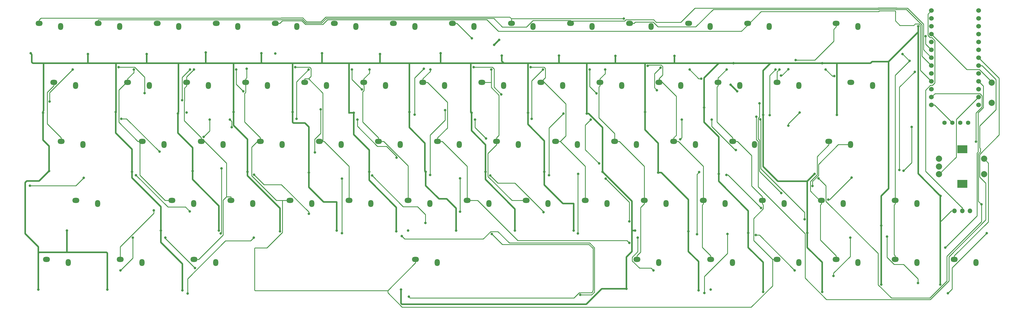
<source format=gtl>
G04 #@! TF.GenerationSoftware,KiCad,Pcbnew,(5.1.12)-1*
G04 #@! TF.CreationDate,2023-09-29T20:02:25+09:00*
G04 #@! TF.ProjectId,JTNK66L,4a544e4b-3636-44c2-9e6b-696361645f70,rev?*
G04 #@! TF.SameCoordinates,Original*
G04 #@! TF.FileFunction,Copper,L1,Top*
G04 #@! TF.FilePolarity,Positive*
%FSLAX46Y46*%
G04 Gerber Fmt 4.6, Leading zero omitted, Abs format (unit mm)*
G04 Created by KiCad (PCBNEW (5.1.12)-1) date 2023-09-29 20:02:25*
%MOMM*%
%LPD*%
G01*
G04 APERTURE LIST*
G04 #@! TA.AperFunction,ComponentPad*
%ADD10O,1.650000X2.300000*%
G04 #@! TD*
G04 #@! TA.AperFunction,ComponentPad*
%ADD11O,2.300000X1.650000*%
G04 #@! TD*
G04 #@! TA.AperFunction,ComponentPad*
%ADD12C,2.000000*%
G04 #@! TD*
G04 #@! TA.AperFunction,ComponentPad*
%ADD13R,3.200000X2.500000*%
G04 #@! TD*
G04 #@! TA.AperFunction,ComponentPad*
%ADD14C,1.524000*%
G04 #@! TD*
G04 #@! TA.AperFunction,ComponentPad*
%ADD15C,1.397000*%
G04 #@! TD*
G04 #@! TA.AperFunction,ComponentPad*
%ADD16O,1.500000X1.500000*%
G04 #@! TD*
G04 #@! TA.AperFunction,ViaPad*
%ADD17C,0.800000*%
G04 #@! TD*
G04 #@! TA.AperFunction,Conductor*
%ADD18C,0.250000*%
G04 #@! TD*
G04 #@! TA.AperFunction,Conductor*
%ADD19C,0.500000*%
G04 #@! TD*
G04 APERTURE END LIST*
D10*
X328250000Y-100075000D03*
D11*
X321250000Y-99025000D03*
D12*
X330850000Y-71556200D03*
X330850000Y-66556200D03*
D13*
X323850000Y-74656200D03*
X323850000Y-63456200D03*
D12*
X316350000Y-71556200D03*
X316350000Y-69056200D03*
X316350000Y-66556200D03*
D14*
X313905400Y-18700800D03*
X329125400Y-18700800D03*
X329125400Y-21240800D03*
X329125400Y-23780800D03*
X329125400Y-26320800D03*
X329125400Y-28860800D03*
X329125400Y-31400800D03*
X329125400Y-33940800D03*
X329125400Y-36480800D03*
X329125400Y-39020800D03*
X329125400Y-41560800D03*
X329125400Y-44100800D03*
X329125400Y-46640800D03*
X329125400Y-49180800D03*
X313905400Y-49180800D03*
X313905400Y-46640800D03*
X313905400Y-44100800D03*
X313905400Y-41560800D03*
X313905400Y-39020800D03*
X313905400Y-36480800D03*
X313905400Y-33940800D03*
X313905400Y-31400800D03*
X313905400Y-28860800D03*
X313905400Y-26320800D03*
X313905400Y-23780800D03*
X313905400Y-21240800D03*
D12*
X333375000Y-48493800D03*
X333375000Y-41993800D03*
D10*
X309200000Y-100075000D03*
D11*
X302200000Y-99025000D03*
D10*
X309200000Y-81025000D03*
D11*
X302200000Y-79975000D03*
D10*
X294912000Y-42925000D03*
D11*
X287912000Y-41875000D03*
D10*
X290150000Y-23875000D03*
D11*
X283150000Y-22825000D03*
D10*
X290150000Y-100075000D03*
D11*
X283150000Y-99025000D03*
D10*
X285388000Y-81025000D03*
D11*
X278388000Y-79975000D03*
D10*
X287769000Y-61975000D03*
D11*
X280769000Y-60925000D03*
D10*
X271100000Y-42925000D03*
D11*
X264100000Y-41875000D03*
D10*
X261575000Y-23875000D03*
D11*
X254575000Y-22825000D03*
D10*
X271100000Y-100075000D03*
D11*
X264100000Y-99025000D03*
D10*
X266338000Y-81025000D03*
D11*
X259338000Y-79975000D03*
D10*
X256812000Y-61975000D03*
D11*
X249812000Y-60925000D03*
D10*
X252050000Y-42925000D03*
D11*
X245050000Y-41875000D03*
D10*
X242525000Y-23875000D03*
D11*
X235525000Y-22825000D03*
D10*
X249669000Y-100075000D03*
D11*
X242669000Y-99025000D03*
D10*
X247288000Y-81025000D03*
D11*
X240288000Y-79975000D03*
D10*
X237762000Y-61975000D03*
D11*
X230762000Y-60925000D03*
D10*
X233000000Y-42925000D03*
D11*
X226000000Y-41875000D03*
D10*
X223475000Y-23875000D03*
D11*
X216475000Y-22825000D03*
D10*
X225856000Y-100075000D03*
D11*
X218856000Y-99025000D03*
D10*
X228238000Y-81025000D03*
D11*
X221238000Y-79975000D03*
D10*
X218712000Y-61975000D03*
D11*
X211712000Y-60925000D03*
D10*
X213950000Y-42925000D03*
D11*
X206950000Y-41875000D03*
D10*
X204425000Y-23875000D03*
D11*
X197425000Y-22825000D03*
D10*
X209188000Y-81025000D03*
D11*
X202188000Y-79975000D03*
D10*
X199662000Y-61975000D03*
D11*
X192662000Y-60925000D03*
D10*
X194900000Y-42925000D03*
D11*
X187900000Y-41875000D03*
D10*
X185375000Y-23875000D03*
D11*
X178375000Y-22825000D03*
D10*
X190138000Y-81025000D03*
D11*
X183138000Y-79975000D03*
D10*
X180612000Y-61975000D03*
D11*
X173612000Y-60925000D03*
D10*
X175850000Y-42925000D03*
D11*
X168850000Y-41875000D03*
D10*
X166325000Y-23875000D03*
D11*
X159325000Y-22825000D03*
D10*
X171088000Y-81025000D03*
D11*
X164088000Y-79975000D03*
D10*
X161562000Y-61975000D03*
D11*
X154562000Y-60925000D03*
D10*
X156800000Y-42925000D03*
D11*
X149800000Y-41875000D03*
D10*
X147275000Y-23875000D03*
D11*
X140275000Y-22825000D03*
D10*
X152038000Y-81025000D03*
D11*
X145038000Y-79975000D03*
D10*
X142512000Y-61975000D03*
D11*
X135512000Y-60925000D03*
D10*
X137750000Y-42925000D03*
D11*
X130750000Y-41875000D03*
D10*
X128225000Y-23875000D03*
D11*
X121225000Y-22825000D03*
D10*
X132988000Y-81025000D03*
D11*
X125988000Y-79975000D03*
D10*
X123462000Y-61975000D03*
D11*
X116462000Y-60925000D03*
D10*
X118700000Y-42925000D03*
D11*
X111700000Y-41875000D03*
D10*
X109175000Y-23875000D03*
D11*
X102175000Y-22825000D03*
D10*
X154419000Y-100075000D03*
D11*
X147419000Y-99025000D03*
D10*
X113938000Y-81025000D03*
D11*
X106938000Y-79975000D03*
D10*
X104412000Y-61975000D03*
D11*
X97412000Y-60925000D03*
D10*
X99650000Y-42925000D03*
D11*
X92650000Y-41875000D03*
D10*
X90125000Y-23875000D03*
D11*
X83125000Y-22825000D03*
D10*
X82981200Y-100075000D03*
D11*
X75981200Y-99025000D03*
D10*
X94887500Y-81025000D03*
D11*
X87887500Y-79975000D03*
D10*
X85362500Y-61975000D03*
D11*
X78362500Y-60925000D03*
D10*
X80600000Y-42925000D03*
D11*
X73600000Y-41875000D03*
D10*
X71075000Y-23875000D03*
D11*
X64075000Y-22825000D03*
D10*
X59168800Y-100075000D03*
D11*
X52168800Y-99025000D03*
D10*
X75837500Y-81025000D03*
D11*
X68837500Y-79975000D03*
D10*
X66312500Y-61975000D03*
D11*
X59312500Y-60925000D03*
D10*
X61550000Y-42925000D03*
D11*
X54550000Y-41875000D03*
D10*
X52025000Y-23875000D03*
D11*
X45025000Y-22825000D03*
D10*
X35356200Y-100075000D03*
D11*
X28356200Y-99025000D03*
D10*
X44881200Y-81025000D03*
D11*
X37881200Y-79975000D03*
D10*
X40118800Y-61975000D03*
D11*
X33118800Y-60925000D03*
D10*
X37737500Y-42925000D03*
D11*
X30737500Y-41875000D03*
D10*
X32975000Y-23875000D03*
D11*
X25975000Y-22825000D03*
D15*
X325730000Y-54950000D03*
X323190000Y-54950000D03*
X320650000Y-54950000D03*
X318110000Y-54950000D03*
D16*
X321350000Y-83393800D03*
X323850000Y-83393800D03*
X326350000Y-83393800D03*
D17*
X257426500Y-53023200D03*
X277489300Y-72901400D03*
X330000042Y-81298300D03*
X307493100Y-56292600D03*
X304901600Y-70389200D03*
X318345900Y-95221400D03*
X174425050Y-28175050D03*
X172800050Y-29800050D03*
X275551900Y-75308900D03*
X25750000Y-108750000D03*
X35000000Y-89750000D03*
X48000000Y-108750000D03*
X29250000Y-70500000D03*
X27250000Y-51750000D03*
X72250000Y-109000000D03*
X65250000Y-89750000D03*
X56000000Y-70750000D03*
X50750000Y-51500000D03*
X41750000Y-32750000D03*
X84000000Y-89750000D03*
X75500000Y-70500000D03*
X73600000Y-51637500D03*
X70750000Y-52000000D03*
X60750000Y-32750000D03*
X103750000Y-90000000D03*
X93250000Y-70750000D03*
X88750000Y-51500000D03*
X79750000Y-32250000D03*
X122000000Y-89750000D03*
X113000000Y-71000000D03*
X107781000Y-51468800D03*
X102175000Y-32587500D03*
X97750000Y-32500000D03*
X142750000Y-108750000D03*
X145038000Y-89737500D03*
X141250000Y-90000000D03*
X132500000Y-70750000D03*
X127500000Y-51750000D03*
X117250000Y-32500000D03*
X160500000Y-89750000D03*
X150750000Y-70750000D03*
X145469000Y-51468800D03*
X136000000Y-32750000D03*
X179500000Y-89750000D03*
X170000000Y-70750000D03*
X165500000Y-51750000D03*
X155500000Y-32500000D03*
X198500000Y-89750000D03*
X189000000Y-70750000D03*
X183719000Y-51718800D03*
X175250000Y-33250000D03*
X215500000Y-108500000D03*
X218250000Y-89750000D03*
X207750000Y-70750000D03*
X202719000Y-51968800D03*
X193750000Y-33250000D03*
X242669000Y-108788000D03*
X238750000Y-109000000D03*
X235500000Y-90000000D03*
X225750000Y-71000000D03*
X221456000Y-51456200D03*
X211931000Y-33337500D03*
X230981000Y-33337500D03*
X259556000Y-109538000D03*
X254794000Y-90487500D03*
X245269000Y-71437500D03*
X250031000Y-35718800D03*
X240506000Y-50006200D03*
X278606000Y-109538000D03*
X273844000Y-90487500D03*
X276225000Y-71437500D03*
X259556000Y-52387500D03*
X283369000Y-52387500D03*
X297656000Y-107156000D03*
X297656000Y-88106200D03*
X278606000Y-35718800D03*
X316706000Y-107156000D03*
X309594000Y-23780800D03*
X316810010Y-78581200D03*
X23250000Y-32499990D03*
X319176500Y-109967100D03*
X331753900Y-90568600D03*
X299585500Y-91714300D03*
X309515700Y-106672300D03*
X258704200Y-53804200D03*
X272972400Y-86060300D03*
X279778900Y-37735200D03*
X282500400Y-39875900D03*
X261692500Y-52505100D03*
X263607200Y-37735200D03*
X267711500Y-55883600D03*
X271365700Y-51637500D03*
X280612000Y-79702300D03*
X288129800Y-72598600D03*
X282289500Y-104353400D03*
X287675000Y-91999300D03*
X257261200Y-91188400D03*
X269767300Y-102572600D03*
X247757800Y-71803100D03*
X258893800Y-82421800D03*
X242971400Y-53898300D03*
X250823400Y-63721000D03*
X235859200Y-37735200D03*
X239646900Y-40671000D03*
X249072350Y-42677650D03*
X251197350Y-44802650D03*
X225336500Y-44416500D03*
X226468000Y-37113300D03*
X232842800Y-60298600D03*
X233354100Y-53898300D03*
X238223200Y-90872500D03*
X238964600Y-70844900D03*
X240606900Y-109869300D03*
X248071600Y-90794300D03*
X219164000Y-92013700D03*
X224165100Y-102577100D03*
X208762800Y-72965100D03*
X216377800Y-86759800D03*
X204000600Y-53907000D03*
X206662300Y-68090700D03*
X203606500Y-37738300D03*
X205818500Y-45435500D03*
X184915100Y-53653600D03*
X188533000Y-37738000D03*
X190532900Y-71843200D03*
X195154500Y-51977500D03*
X199819000Y-90619900D03*
X199868900Y-71469200D03*
X171551500Y-71973200D03*
X188770100Y-83763300D03*
X166648800Y-53898300D03*
X170200000Y-60029800D03*
X166166700Y-37014000D03*
X175110700Y-45770300D03*
X147142100Y-52345700D03*
X150125700Y-37507200D03*
X152131000Y-71794400D03*
X156936200Y-50858500D03*
X161764600Y-83673700D03*
X161764600Y-72910700D03*
X145252900Y-111045300D03*
X172007000Y-90794300D03*
X142974600Y-91529600D03*
X200580210Y-110486210D03*
X133432500Y-71948900D03*
X150647900Y-87251800D03*
X128659300Y-53898300D03*
X141326700Y-66159700D03*
X126881400Y-37712600D03*
X130106700Y-44214700D03*
X109015400Y-53653600D03*
X112972500Y-37735200D03*
X115020800Y-64467400D03*
X116833400Y-50617700D03*
X123740300Y-90605300D03*
X123740300Y-72935100D03*
X95340900Y-71668900D03*
X113010965Y-84323135D03*
X87525200Y-53907000D03*
X88119600Y-56355100D03*
X89584900Y-37739100D03*
X91900800Y-44810000D03*
X72181300Y-47640400D03*
X74646400Y-37722200D03*
X79089400Y-59472700D03*
X81027200Y-53915400D03*
X84580200Y-90641100D03*
X84878200Y-69676700D03*
X73904400Y-110019000D03*
X95266700Y-92004100D03*
X66761600Y-91982000D03*
X76287400Y-101823400D03*
X57249300Y-71843200D03*
X74602700Y-83517500D03*
X52465900Y-53653600D03*
X64831700Y-64271700D03*
X51638000Y-36977800D03*
X60072800Y-45400700D03*
X29384900Y-48067300D03*
X36868800Y-37735200D03*
X23067600Y-75274500D03*
X40378100Y-72751500D03*
X52250900Y-102585300D03*
X56212300Y-92016500D03*
X312018600Y-27006500D03*
X214625800Y-21322800D03*
X184579400Y-37007200D03*
X63040400Y-83195600D03*
X208599200Y-37739100D03*
X56538000Y-37739100D03*
X75972600Y-37735200D03*
X222333500Y-36596800D03*
X308502800Y-38493600D03*
X303545500Y-70166000D03*
X92958500Y-37471400D03*
X247789400Y-37735200D03*
X108637100Y-37007700D03*
X264816500Y-37735200D03*
X265444100Y-77599300D03*
X258395800Y-48671900D03*
X270133300Y-34681500D03*
X267711500Y-37645900D03*
X265373000Y-39712400D03*
X132568500Y-37739100D03*
X304589200Y-32731400D03*
X306799100Y-34971700D03*
X152222600Y-37739100D03*
X216390800Y-93731100D03*
X328250000Y-61000000D03*
X171886700Y-37739100D03*
X165602100Y-27627000D03*
D18*
X257426500Y-60389400D02*
X257426500Y-53023200D01*
X257962100Y-60925000D02*
X257426500Y-60389400D01*
X257962100Y-75574100D02*
X257962100Y-60925000D01*
X329125400Y-33940800D02*
X335750000Y-40565400D01*
X329477200Y-65138700D02*
X329477200Y-72431200D01*
X329477200Y-72431200D02*
X331433300Y-74387300D01*
X335750000Y-40565400D02*
X335750000Y-58865900D01*
X331433300Y-74387300D02*
X331433300Y-86294500D01*
X331433300Y-86294500D02*
X319521300Y-98206500D01*
X319521300Y-98206500D02*
X319521300Y-106013300D01*
X319521300Y-106013300D02*
X313552000Y-111982600D01*
X335750000Y-58865900D02*
X329477200Y-65138700D01*
X313552000Y-111982600D02*
X280020800Y-111982600D01*
X280020800Y-111982600D02*
X273118800Y-105080600D01*
X273118800Y-105080600D02*
X273118800Y-90730800D01*
X273118800Y-90730800D02*
X257962100Y-75574100D01*
X329477200Y-55911700D02*
X329477200Y-63017787D01*
X329675012Y-63215599D02*
X329675012Y-64304071D01*
X329675012Y-64304071D02*
X329027100Y-64951983D01*
X318884700Y-97984400D02*
X330000042Y-86869058D01*
X329027100Y-64951983D02*
X329027100Y-80325358D01*
X277489300Y-72901400D02*
X279863010Y-75275110D01*
X279863010Y-75275110D02*
X279863010Y-80287310D01*
X279863010Y-80287310D02*
X296699000Y-97123300D01*
X296699000Y-97123300D02*
X296699000Y-107260000D01*
X296699000Y-107260000D02*
X300962010Y-111523010D01*
X334719800Y-50669100D02*
X329477200Y-55911700D01*
X318884700Y-106013300D02*
X318884700Y-97984400D01*
X329027100Y-80325358D02*
X330000042Y-81298300D01*
X334719800Y-40997570D02*
X334719800Y-50669100D01*
X330203030Y-36480800D02*
X334719800Y-40997570D01*
X329125400Y-36480800D02*
X330203030Y-36480800D01*
X329477200Y-63017787D02*
X329675012Y-63215599D01*
X330000042Y-86869058D02*
X330000042Y-81298300D01*
X300962010Y-111523010D02*
X313374990Y-111523010D01*
X313374990Y-111523010D02*
X318884700Y-106013300D01*
X304901600Y-70389200D02*
X307493100Y-67797700D01*
X307493100Y-67797700D02*
X307493100Y-56292600D01*
X330665100Y-50001700D02*
X328946700Y-51720100D01*
X329125400Y-41560800D02*
X330665100Y-43100500D01*
X330665100Y-43100500D02*
X330665100Y-50001700D01*
X328946700Y-51720100D02*
X328946700Y-60623698D01*
X328946700Y-60623698D02*
X328975001Y-60651999D01*
X328975001Y-60651999D02*
X328975001Y-64367671D01*
X328577000Y-64765672D02*
X328577000Y-84990300D01*
X328577000Y-84990300D02*
X318345900Y-95221400D01*
X328975001Y-64367671D02*
X328577000Y-64765672D01*
D19*
X174425050Y-28175050D02*
X172800050Y-29800050D01*
D18*
X275551900Y-75308900D02*
X275551900Y-73813200D01*
X275551900Y-73813200D02*
X277453000Y-71912100D01*
X277453000Y-71912100D02*
X277453000Y-68372900D01*
X277453000Y-68372900D02*
X283850900Y-61975000D01*
X283850900Y-61975000D02*
X286618900Y-61975000D01*
X287769000Y-61975000D02*
X286618900Y-61975000D01*
X321350000Y-83393800D02*
X320274900Y-83393800D01*
X316706000Y-86651300D02*
X317017400Y-86651300D01*
X317017400Y-86651300D02*
X320274900Y-83393800D01*
D19*
X316706000Y-86651300D02*
X316706000Y-107156000D01*
X165281000Y-35718800D02*
X165281000Y-51531200D01*
X165281000Y-51531200D02*
X165500000Y-51750000D01*
X175969000Y-35718800D02*
X165281000Y-35718800D01*
X126031000Y-35718800D02*
X117281000Y-35718800D01*
X136031000Y-35718800D02*
X126031000Y-35718800D01*
X98468800Y-35718800D02*
X98031200Y-35718800D01*
X107781000Y-35718800D02*
X98468800Y-35718800D01*
X98031200Y-35718800D02*
X88718800Y-35718800D01*
X98468800Y-35718800D02*
X98031200Y-35718800D01*
X88718800Y-35718800D02*
X79781200Y-35718800D01*
X70968800Y-35718800D02*
X60968800Y-35718800D01*
X79781200Y-35718800D02*
X70968800Y-35718800D01*
X50781200Y-35718800D02*
X41718800Y-35718800D01*
X60968800Y-35718800D02*
X50781200Y-35718800D01*
X41718800Y-35718800D02*
X27468800Y-35718800D01*
X35000000Y-96750000D02*
X47750000Y-96750000D01*
X47750000Y-96750000D02*
X48000000Y-97000000D01*
X48000000Y-97000000D02*
X48000000Y-108750000D01*
X25750000Y-97000000D02*
X26000000Y-96750000D01*
X26000000Y-96750000D02*
X35000000Y-96750000D01*
X145469000Y-35718800D02*
X136031000Y-35718800D01*
X155531000Y-35718800D02*
X145469000Y-35718800D01*
X183719000Y-35718800D02*
X175969000Y-35718800D01*
X194031000Y-35718800D02*
X183719000Y-35718800D01*
X202719000Y-35718800D02*
X194031000Y-35718800D01*
X211931000Y-35718800D02*
X202719000Y-35718800D01*
X221456000Y-35718800D02*
X211931000Y-35718800D01*
X230981000Y-35718800D02*
X221456000Y-35718800D01*
X250031000Y-35718800D02*
X245269000Y-35718800D01*
X261938000Y-35718800D02*
X250031000Y-35718800D01*
X259556000Y-50006200D02*
X259556000Y-52387500D01*
X261938000Y-35718800D02*
X259556000Y-38100000D01*
X259556000Y-38100000D02*
X259556000Y-50006200D01*
X259556000Y-52387500D02*
X259556000Y-69056200D01*
X259556000Y-69056200D02*
X264319000Y-73818800D01*
X264319000Y-73818800D02*
X273844000Y-73818800D01*
X259556000Y-50006200D02*
X259556000Y-52387500D01*
X283369000Y-35718800D02*
X283369000Y-52387500D01*
X278606000Y-35718800D02*
X283369000Y-35718800D01*
X283369000Y-35718800D02*
X278606000Y-35718800D01*
X300038000Y-35189600D02*
X294746000Y-35189600D01*
X294746000Y-35189600D02*
X294217000Y-35718800D01*
X294217000Y-35718800D02*
X283369000Y-35718800D01*
X278606000Y-35718800D02*
X261938000Y-35718800D01*
X309594000Y-23780800D02*
X309594000Y-25632900D01*
X29250000Y-70500000D02*
X26000000Y-73750000D01*
X26000000Y-73750000D02*
X22000000Y-73750000D01*
X22000000Y-73750000D02*
X21500000Y-74250000D01*
X21500000Y-74250000D02*
X21500000Y-90750000D01*
X21500000Y-90750000D02*
X25750000Y-95000000D01*
X25750000Y-95000000D02*
X25750000Y-97000000D01*
X25750000Y-97000000D02*
X25750000Y-108750000D01*
X35000000Y-96750000D02*
X35000000Y-89750000D01*
X27250000Y-51750000D02*
X27250000Y-60500000D01*
X27250000Y-60500000D02*
X29250000Y-62500000D01*
X29250000Y-62500000D02*
X29250000Y-70500000D01*
X27468800Y-35718800D02*
X27468800Y-51031200D01*
X27468800Y-51031200D02*
X27250000Y-51250000D01*
X27250000Y-51250000D02*
X27250000Y-51750000D01*
X65250000Y-89750000D02*
X65250000Y-93500000D01*
X65250000Y-93500000D02*
X72250000Y-100500000D01*
X72250000Y-100500000D02*
X72250000Y-109000000D01*
X56000000Y-70750000D02*
X56000000Y-72750000D01*
X56000000Y-72750000D02*
X65250000Y-82000000D01*
X65250000Y-82000000D02*
X65250000Y-89750000D01*
X50750000Y-51500000D02*
X50750000Y-58250000D01*
X50750000Y-58250000D02*
X56000000Y-63500000D01*
X56000000Y-63500000D02*
X56000000Y-70750000D01*
X50781200Y-35718800D02*
X50781200Y-51468800D01*
X50781200Y-51468800D02*
X50750000Y-51500000D01*
X41718800Y-35718800D02*
X41750000Y-35687500D01*
X41750000Y-35687500D02*
X41750000Y-32750000D01*
X75500000Y-70500000D02*
X75500000Y-73250000D01*
X75500000Y-73250000D02*
X84000000Y-81750000D01*
X84000000Y-81750000D02*
X84000000Y-89750000D01*
X70750000Y-52000000D02*
X70750000Y-58250000D01*
X70750000Y-58250000D02*
X75500000Y-63000000D01*
X75500000Y-63000000D02*
X75500000Y-70500000D01*
X70968800Y-35718800D02*
X70968800Y-51531200D01*
X70968800Y-51531200D02*
X70750000Y-51750000D01*
X70750000Y-51750000D02*
X70750000Y-52000000D01*
X60968800Y-35718800D02*
X60750000Y-35500000D01*
X60750000Y-35500000D02*
X60750000Y-32750000D01*
X93250000Y-70750000D02*
X93250000Y-72000000D01*
X93250000Y-72000000D02*
X103750000Y-82500000D01*
X103750000Y-82500000D02*
X103750000Y-90000000D01*
X88750000Y-51500000D02*
X88750000Y-55750000D01*
X88750000Y-55750000D02*
X93250000Y-60250000D01*
X93250000Y-60250000D02*
X93250000Y-70750000D01*
X88718800Y-35718800D02*
X88718800Y-51468800D01*
X88718800Y-51468800D02*
X88750000Y-51500000D01*
X79781200Y-35718800D02*
X79750000Y-35687500D01*
X79750000Y-35687500D02*
X79750000Y-32250000D01*
X113000000Y-71000000D02*
X113000000Y-75750000D01*
X113000000Y-75750000D02*
X117750000Y-80500000D01*
X117750000Y-80500000D02*
X122000000Y-80500000D01*
X122000000Y-80500000D02*
X122000000Y-89750000D01*
X107781000Y-51468800D02*
X107781000Y-54718800D01*
X107781000Y-54718800D02*
X108062000Y-55000000D01*
X108062000Y-55000000D02*
X111750000Y-55000000D01*
X111750000Y-55000000D02*
X113000000Y-56250000D01*
X113000000Y-56250000D02*
X113000000Y-71000000D01*
X117281000Y-35718800D02*
X107781000Y-35718800D01*
X107781000Y-35718800D02*
X107781000Y-51468800D01*
X98031200Y-35718800D02*
X97750000Y-35437500D01*
X97750000Y-35437500D02*
X97750000Y-32500000D01*
X132500000Y-70750000D02*
X132500000Y-73500000D01*
X132500000Y-73500000D02*
X141250000Y-82250000D01*
X141250000Y-82250000D02*
X141250000Y-90000000D01*
X127500000Y-51750000D02*
X127500000Y-58750000D01*
X127500000Y-58750000D02*
X132500000Y-63750000D01*
X132500000Y-63750000D02*
X132500000Y-70750000D01*
X126031000Y-35718800D02*
X126031000Y-51781200D01*
X126031000Y-51781200D02*
X126062000Y-51750000D01*
X126062000Y-51750000D02*
X127500000Y-51750000D01*
X117281000Y-35718800D02*
X117250000Y-35687500D01*
X117250000Y-35687500D02*
X117250000Y-32500000D01*
X150750000Y-70750000D02*
X150750000Y-75250000D01*
X150750000Y-75250000D02*
X155000000Y-79500000D01*
X155000000Y-79500000D02*
X157500000Y-79500000D01*
X157500000Y-79500000D02*
X160500000Y-82500000D01*
X160500000Y-82500000D02*
X160500000Y-89750000D01*
X145469000Y-51468800D02*
X145469000Y-56468800D01*
X145469000Y-56468800D02*
X150500000Y-61500000D01*
X150500000Y-61500000D02*
X150500000Y-70500000D01*
X150500000Y-70500000D02*
X150750000Y-70750000D01*
X145469000Y-35718800D02*
X145469000Y-51468800D01*
X136031000Y-35718800D02*
X136000000Y-35687500D01*
X136000000Y-35687500D02*
X136000000Y-32750000D01*
X170000000Y-70750000D02*
X170000000Y-73250000D01*
X170000000Y-73250000D02*
X179500000Y-82750000D01*
X179500000Y-82750000D02*
X179500000Y-89750000D01*
X165500000Y-51750000D02*
X165500000Y-57500000D01*
X165500000Y-57500000D02*
X170000000Y-62000000D01*
X170000000Y-62000000D02*
X170000000Y-70750000D01*
X165281000Y-35718800D02*
X155531000Y-35718800D01*
X155531000Y-35718800D02*
X155500000Y-35687500D01*
X155500000Y-35687500D02*
X155500000Y-32500000D01*
X189000000Y-70750000D02*
X189000000Y-75000000D01*
X189000000Y-75000000D02*
X195000000Y-81000000D01*
X195000000Y-81000000D02*
X198500000Y-81000000D01*
X198500000Y-81000000D02*
X198500000Y-89750000D01*
X183719000Y-51718800D02*
X183719000Y-55468800D01*
X183719000Y-55468800D02*
X189000000Y-60750000D01*
X189000000Y-60750000D02*
X189000000Y-70750000D01*
X183719000Y-35718800D02*
X183719000Y-51718800D01*
X175969000Y-35718800D02*
X175250000Y-35000000D01*
X175250000Y-35000000D02*
X175250000Y-33250000D01*
X217250000Y-89750000D02*
X217250000Y-96500000D01*
X217250000Y-96500000D02*
X215500000Y-98250000D01*
X215500000Y-98250000D02*
X215500000Y-108500000D01*
X207750000Y-70750000D02*
X217250000Y-80250000D01*
X217250000Y-80250000D02*
X217250000Y-89750000D01*
X217250000Y-89750000D02*
X218250000Y-89750000D01*
X202719000Y-51968800D02*
X203284000Y-51968800D01*
X203284000Y-51968800D02*
X207750000Y-56434300D01*
X207750000Y-56434300D02*
X207750000Y-70750000D01*
X202719000Y-35718800D02*
X202719000Y-51968800D01*
X194031000Y-35718800D02*
X193750000Y-35437500D01*
X193750000Y-35437500D02*
X193750000Y-33250000D01*
X235500000Y-90000000D02*
X235500000Y-96500000D01*
X235500000Y-96500000D02*
X238750000Y-99750000D01*
X238750000Y-99750000D02*
X238750000Y-109000000D01*
X225750000Y-71000000D02*
X226750000Y-71000000D01*
X226750000Y-71000000D02*
X235500000Y-79750000D01*
X235500000Y-79750000D02*
X235500000Y-90000000D01*
X221500000Y-51500000D02*
X221500000Y-57250000D01*
X221500000Y-57250000D02*
X225750000Y-61500000D01*
X225750000Y-61500000D02*
X225750000Y-71000000D01*
X221500000Y-51500000D02*
X221456000Y-51456200D01*
X221456000Y-35718800D02*
X221456000Y-51456200D01*
X211931000Y-35718800D02*
X211931000Y-33337500D01*
X230981000Y-33337500D02*
X230981000Y-35718800D01*
X245269000Y-35718800D02*
X230981000Y-35718800D01*
X254794000Y-90487500D02*
X254794000Y-95250000D01*
X254794000Y-95250000D02*
X259556000Y-100012000D01*
X259556000Y-100012000D02*
X259556000Y-109538000D01*
X245269000Y-71437500D02*
X245269000Y-73818800D01*
X245269000Y-73818800D02*
X254794000Y-83343800D01*
X254794000Y-83343800D02*
X254794000Y-90487500D01*
X240506000Y-50006200D02*
X240506000Y-54768800D01*
X240506000Y-54768800D02*
X245269000Y-59531200D01*
X245269000Y-59531200D02*
X245269000Y-71437500D01*
X245269000Y-35718800D02*
X240506000Y-40481200D01*
X240506000Y-40481200D02*
X240506000Y-50006200D01*
X273844000Y-90487500D02*
X273844000Y-95250000D01*
X273844000Y-95250000D02*
X278606000Y-100012000D01*
X278606000Y-100012000D02*
X278606000Y-109538000D01*
X273844000Y-73818800D02*
X273844000Y-90487500D01*
X273844000Y-73818800D02*
X276225000Y-71437500D01*
X297656000Y-88106200D02*
X297656000Y-107156000D01*
X300038000Y-35189600D02*
X300038000Y-56748900D01*
X300038000Y-56748900D02*
X300069000Y-56780300D01*
X300069000Y-56780300D02*
X300069000Y-76168600D01*
X300069000Y-76168600D02*
X297656000Y-78581200D01*
X297656000Y-78581200D02*
X297656000Y-88106200D01*
X309594000Y-23780800D02*
X309594000Y-25632900D01*
X309594000Y-25632900D02*
X300038000Y-35189600D01*
X316410011Y-78181201D02*
X316810010Y-78581200D01*
X316706000Y-78685210D02*
X316810010Y-78581200D01*
X309594000Y-71365190D02*
X316410011Y-78181201D01*
X316706000Y-86651300D02*
X316706000Y-78685210D01*
X309594000Y-25632900D02*
X309594000Y-71365190D01*
X23649999Y-32899989D02*
X23250000Y-32499990D01*
X23649999Y-35399999D02*
X23649999Y-32899989D01*
X23968800Y-35718800D02*
X23649999Y-35399999D01*
X27468800Y-35718800D02*
X23968800Y-35718800D01*
X142750000Y-113250000D02*
X142750000Y-108750000D01*
X143000000Y-113500000D02*
X142750000Y-113250000D01*
X202500000Y-113500000D02*
X143000000Y-113500000D01*
X207500000Y-108500000D02*
X202500000Y-113500000D01*
X215500000Y-108500000D02*
X207500000Y-108500000D01*
D18*
X312766000Y-19840200D02*
X313905400Y-18700800D01*
X312766000Y-26763700D02*
X312766000Y-19840200D01*
X313994600Y-27412300D02*
X313414600Y-27412300D01*
X323850000Y-83393800D02*
X323850000Y-82318700D01*
X323850000Y-82318700D02*
X323715600Y-82318700D01*
X313414600Y-27412300D02*
X312766000Y-26763700D01*
X323715600Y-82318700D02*
X321963110Y-80566210D01*
X321963110Y-80566210D02*
X321940524Y-80566210D01*
X312000000Y-70603100D02*
X312000000Y-44399000D01*
X321940524Y-80566210D02*
X321714990Y-80340676D01*
X321714990Y-80340676D02*
X321714990Y-80318090D01*
X321714990Y-80318090D02*
X312000000Y-70603100D01*
X312000000Y-44399000D02*
X313568200Y-42830800D01*
X313568200Y-42830800D02*
X314191500Y-42830800D01*
X314191500Y-42830800D02*
X314999200Y-42023100D01*
X314999200Y-28416900D02*
X313994600Y-27412300D01*
X314999200Y-42023100D02*
X314999200Y-28416900D01*
X331753900Y-90568600D02*
X320537800Y-101784700D01*
X320537800Y-101784700D02*
X320537800Y-108605800D01*
X320537800Y-108605800D02*
X319176500Y-109967100D01*
X299585500Y-91714300D02*
X299585500Y-98381600D01*
X299585500Y-98381600D02*
X301855300Y-100651400D01*
X301855300Y-100651400D02*
X304868600Y-100651400D01*
X304868600Y-100651400D02*
X309515700Y-105298500D01*
X309515700Y-105298500D02*
X309515700Y-106672300D01*
X272972400Y-86060300D02*
X272972300Y-86060300D01*
X272972300Y-86060300D02*
X272972300Y-83854300D01*
X272972300Y-83854300D02*
X258862300Y-69744300D01*
X258862300Y-69744300D02*
X258862300Y-53962300D01*
X258862300Y-53962300D02*
X258704200Y-53804200D01*
X279778900Y-37735200D02*
X281919600Y-39875900D01*
X281919600Y-39875900D02*
X282500400Y-39875900D01*
X263607200Y-37735200D02*
X261692500Y-39649900D01*
X261692500Y-39649900D02*
X261692500Y-52505100D01*
X271365700Y-51637500D02*
X267711500Y-55291700D01*
X267711500Y-55291700D02*
X267711500Y-55883600D01*
X288129800Y-72598600D02*
X281026100Y-79702300D01*
X281026100Y-79702300D02*
X280612000Y-79702300D01*
X287675000Y-91999300D02*
X287675000Y-98078600D01*
X287675000Y-98078600D02*
X282289500Y-103464100D01*
X282289500Y-103464100D02*
X282289500Y-104353400D01*
X269767300Y-102572600D02*
X258383100Y-91188400D01*
X258383100Y-91188400D02*
X257261200Y-91188400D01*
X258893800Y-82421800D02*
X248275100Y-71803100D01*
X248275100Y-71803100D02*
X247757800Y-71803100D01*
X242971400Y-53898300D02*
X242971400Y-56094300D01*
X242971400Y-56094300D02*
X250598100Y-63721000D01*
X250598100Y-63721000D02*
X250823400Y-63721000D01*
X235859200Y-37735200D02*
X238795000Y-40671000D01*
X238795000Y-40671000D02*
X239646900Y-40671000D01*
D19*
X251197350Y-44802650D02*
X249072350Y-42677650D01*
D18*
X226468000Y-37113300D02*
X224524800Y-39056500D01*
X224524800Y-39056500D02*
X224524800Y-43604800D01*
X224524800Y-43604800D02*
X225336500Y-44416500D01*
X233354100Y-53898300D02*
X233354100Y-59787300D01*
X233354100Y-59787300D02*
X232842800Y-60298600D01*
X238964600Y-70844900D02*
X238223200Y-71586300D01*
X238223200Y-71586300D02*
X238223200Y-90872500D01*
X248071600Y-90794300D02*
X248071600Y-97071700D01*
X248071600Y-97071700D02*
X240606900Y-104536400D01*
X240606900Y-104536400D02*
X240606900Y-109869300D01*
X224165100Y-102577100D02*
X223437800Y-101849800D01*
X223437800Y-101849800D02*
X219680000Y-101849800D01*
X219680000Y-101849800D02*
X217354000Y-99523800D01*
X217354000Y-99523800D02*
X217354000Y-98346000D01*
X217354000Y-98346000D02*
X219164000Y-96536000D01*
X219164000Y-96536000D02*
X219164000Y-92013700D01*
X216377800Y-86759800D02*
X216377800Y-80580100D01*
X216377800Y-80580100D02*
X208762800Y-72965100D01*
X206662300Y-68090700D02*
X202225600Y-63654000D01*
X202225600Y-63654000D02*
X202225600Y-55682000D01*
X202225600Y-55682000D02*
X204000600Y-53907000D01*
X203606500Y-37738300D02*
X203606500Y-43223500D01*
X203606500Y-43223500D02*
X205818500Y-45435500D01*
X188533000Y-37738000D02*
X184915100Y-41355900D01*
X184915100Y-41355900D02*
X184915100Y-53653600D01*
X195154500Y-51977500D02*
X190532900Y-56599100D01*
X190532900Y-56599100D02*
X190532900Y-71843200D01*
X199819000Y-90619900D02*
X199819000Y-71519100D01*
X199819000Y-71519100D02*
X199868900Y-71469200D01*
X171551500Y-71973200D02*
X173966800Y-74388500D01*
X173966800Y-74388500D02*
X179510800Y-74388500D01*
X179510800Y-74388500D02*
X188770100Y-83647800D01*
X188770100Y-83647800D02*
X188770100Y-83763300D01*
X166648800Y-53898300D02*
X166648800Y-56478600D01*
X166648800Y-56478600D02*
X170200000Y-60029800D01*
X175110700Y-45770300D02*
X172776500Y-43436100D01*
X172776500Y-43436100D02*
X172776500Y-37569500D01*
X172776500Y-37569500D02*
X172221000Y-37014000D01*
X172221000Y-37014000D02*
X166166700Y-37014000D01*
X147142100Y-52345700D02*
X147142100Y-40490800D01*
X147142100Y-40490800D02*
X150125700Y-37507200D01*
X152131000Y-71794400D02*
X152131000Y-58909900D01*
X152131000Y-58909900D02*
X156936200Y-54104700D01*
X156936200Y-54104700D02*
X156936200Y-50858500D01*
X161764600Y-83673700D02*
X161764600Y-72910700D01*
X145670800Y-111463200D02*
X145252900Y-111045300D01*
X151928476Y-111523010D02*
X148109524Y-111523010D01*
X204655400Y-108985049D02*
X204655400Y-109344600D01*
X204655400Y-109344600D02*
X204238900Y-109761100D01*
X204485617Y-95245108D02*
X204705126Y-95464951D01*
X204694892Y-108945617D02*
X204655400Y-108985049D01*
X198577900Y-111463200D02*
X151988286Y-111463200D01*
X172007000Y-90794300D02*
X175393900Y-94181200D01*
X148109524Y-111523010D02*
X148049714Y-111463200D01*
X204485402Y-95245019D02*
X204485490Y-95245107D01*
X148049714Y-111463200D02*
X145670800Y-111463200D01*
X204238900Y-109761100D02*
X200280000Y-109761100D01*
X151988286Y-111463200D02*
X151928476Y-111523010D01*
X175393900Y-94181200D02*
X203408900Y-94181200D01*
X203408900Y-94181200D02*
X204472716Y-95245016D01*
X204472716Y-95245016D02*
X204485402Y-95245019D01*
X204485490Y-95245107D02*
X204485617Y-95245108D01*
X204705126Y-95464951D02*
X204694892Y-108945617D01*
X200280000Y-109761100D02*
X198577900Y-111463200D01*
X205155277Y-95278158D02*
X205155277Y-109594723D01*
X205155277Y-109594723D02*
X204263790Y-110486210D01*
X143917510Y-92472510D02*
X169296990Y-92472510D01*
X203608219Y-93731100D02*
X205155277Y-95278158D01*
X204263790Y-110486210D02*
X200580210Y-110486210D01*
X177698000Y-93731100D02*
X203608219Y-93731100D01*
X169296990Y-92472510D02*
X171700400Y-90069100D01*
X142974600Y-91529600D02*
X143917510Y-92472510D01*
X171700400Y-90069100D02*
X174036000Y-90069100D01*
X174036000Y-90069100D02*
X177698000Y-93731100D01*
X133432500Y-71948900D02*
X143466400Y-81982800D01*
X143466400Y-81982800D02*
X148089900Y-81982800D01*
X148089900Y-81982800D02*
X150647900Y-84540800D01*
X150647900Y-84540800D02*
X150647900Y-87251800D01*
X141326700Y-66159700D02*
X141326700Y-65741900D01*
X141326700Y-65741900D02*
X138136200Y-62551400D01*
X138136200Y-62551400D02*
X135153000Y-62551400D01*
X135153000Y-62551400D02*
X128659300Y-56057700D01*
X128659300Y-56057700D02*
X128659300Y-53898300D01*
X130106700Y-44214700D02*
X126881400Y-40989400D01*
X126881400Y-40989400D02*
X126881400Y-37712600D01*
X112972500Y-37735200D02*
X109015400Y-41692300D01*
X109015400Y-41692300D02*
X109015400Y-53653600D01*
X116833400Y-50617700D02*
X116833400Y-58337400D01*
X116833400Y-58337400D02*
X114941200Y-60229600D01*
X114941200Y-60229600D02*
X114941200Y-64387800D01*
X114941200Y-64387800D02*
X115020800Y-64467400D01*
X123740300Y-90605300D02*
X123740300Y-72935100D01*
X113010965Y-83757450D02*
X113010965Y-84323135D01*
X95340900Y-71668900D02*
X98573100Y-74901100D01*
X98573100Y-74901100D02*
X104154615Y-74901100D01*
X104154615Y-74901100D02*
X113010965Y-83757450D01*
X88119600Y-56355100D02*
X88119600Y-54501400D01*
X88119600Y-54501400D02*
X87525200Y-53907000D01*
X89584900Y-37739100D02*
X89584900Y-42494100D01*
X89584900Y-42494100D02*
X91900800Y-44810000D01*
X74646400Y-37722200D02*
X72118000Y-40250600D01*
X72118000Y-40250600D02*
X72118000Y-47577100D01*
X72118000Y-47577100D02*
X72181300Y-47640400D01*
X81027200Y-53915400D02*
X81027200Y-57534900D01*
X81027200Y-57534900D02*
X79089400Y-59472700D01*
X84580200Y-90641100D02*
X84847600Y-90373700D01*
X84847600Y-90373700D02*
X84847600Y-69707300D01*
X84847600Y-69707300D02*
X84878200Y-69676700D01*
X73904400Y-110019000D02*
X73904400Y-105292900D01*
X73904400Y-105292900D02*
X86147400Y-93049900D01*
X86147400Y-93049900D02*
X94220900Y-93049900D01*
X94220900Y-93049900D02*
X95266700Y-92004100D01*
X66761600Y-91982000D02*
X66761600Y-92297600D01*
X66761600Y-92297600D02*
X76287400Y-101823400D01*
X74602700Y-83517500D02*
X73223100Y-82137900D01*
X73223100Y-82137900D02*
X67544000Y-82137900D01*
X67544000Y-82137900D02*
X57249300Y-71843200D01*
X64831700Y-64271700D02*
X54213600Y-53653600D01*
X54213600Y-53653600D02*
X52465900Y-53653600D01*
X60072800Y-45400700D02*
X60072800Y-40214500D01*
X60072800Y-40214500D02*
X56836100Y-36977800D01*
X56836100Y-36977800D02*
X51638000Y-36977800D01*
X36868800Y-37735200D02*
X29384900Y-45219100D01*
X29384900Y-45219100D02*
X29384900Y-48067300D01*
X40378100Y-72751500D02*
X37855100Y-75274500D01*
X37855100Y-75274500D02*
X23067600Y-75274500D01*
X56212300Y-92016500D02*
X56212300Y-98623900D01*
X56212300Y-98623900D02*
X52250900Y-102585300D01*
X320650000Y-54950000D02*
X314880800Y-49180800D01*
X314880800Y-49180800D02*
X313905400Y-49180800D01*
X178375000Y-21674900D02*
X178375000Y-21322800D01*
X178375000Y-21322800D02*
X214625800Y-21322800D01*
X313905400Y-31400800D02*
X312018600Y-29514000D01*
X312018600Y-29514000D02*
X312018600Y-27006500D01*
X33118800Y-60925000D02*
X33118800Y-59774900D01*
X30737500Y-41875000D02*
X30737500Y-43025100D01*
X30737500Y-43025100D02*
X28650200Y-45112400D01*
X28650200Y-45112400D02*
X28650200Y-55306300D01*
X28650200Y-55306300D02*
X33118800Y-59774900D01*
X188350900Y-41299900D02*
X189305300Y-40345500D01*
X189305300Y-40345500D02*
X189305300Y-37401200D01*
X189305300Y-37401200D02*
X188911300Y-37007200D01*
X188911300Y-37007200D02*
X184579400Y-37007200D01*
X188350900Y-41299900D02*
X195883900Y-48832900D01*
X195883900Y-48832900D02*
X195883900Y-59178200D01*
X195883900Y-59178200D02*
X194137100Y-60925000D01*
X187900000Y-41299900D02*
X188350900Y-41299900D01*
X187900000Y-41875000D02*
X187900000Y-41299900D01*
X194137100Y-60925000D02*
X202188000Y-68975900D01*
X202188000Y-68975900D02*
X202188000Y-79975000D01*
X178375000Y-22825000D02*
X178375000Y-21674900D01*
X192662000Y-60925000D02*
X194137100Y-60925000D01*
X118484600Y-20774600D02*
X116951801Y-22307399D01*
X112296322Y-22309200D02*
X111087100Y-21099978D01*
X25975000Y-21750000D02*
X25975000Y-22825000D01*
X116951801Y-22307399D02*
X114500726Y-22307399D01*
X177826800Y-20774600D02*
X118484600Y-20774600D01*
X114131161Y-22309200D02*
X112296322Y-22309200D01*
X26556400Y-21168600D02*
X25975000Y-21750000D01*
X104033678Y-21168600D02*
X26556400Y-21168600D01*
X104102300Y-21099978D02*
X104033678Y-21168600D01*
X114133332Y-22311326D02*
X114131161Y-22309200D01*
X178375000Y-21322800D02*
X177826800Y-20774600D01*
X114500726Y-22307399D02*
X114133332Y-22311326D01*
X111087100Y-21099978D02*
X104102300Y-21099978D01*
X54550000Y-40724900D02*
X56538000Y-38736900D01*
X56538000Y-38736900D02*
X56538000Y-37739100D01*
X221238000Y-79975000D02*
X221238000Y-81125100D01*
X221238000Y-81125100D02*
X220087900Y-82275200D01*
X220087900Y-82275200D02*
X220087900Y-96643000D01*
X220087900Y-96643000D02*
X218856000Y-97874900D01*
X221238000Y-79975000D02*
X221238000Y-79399900D01*
X218856000Y-99025000D02*
X218856000Y-97874900D01*
X63040400Y-83195600D02*
X63040400Y-84126500D01*
X63040400Y-84126500D02*
X52168800Y-94998100D01*
X52168800Y-94998100D02*
X52168800Y-99025000D01*
X197425000Y-22825000D02*
X197425000Y-21888900D01*
X208599200Y-37739100D02*
X208599200Y-39075700D01*
X208599200Y-39075700D02*
X206950000Y-40724900D01*
X206950000Y-41875000D02*
X206950000Y-40724900D01*
X211712000Y-60925000D02*
X211712000Y-58412400D01*
X211712000Y-58412400D02*
X206578900Y-53279300D01*
X206578900Y-53279300D02*
X206578900Y-43396200D01*
X206578900Y-43396200D02*
X206950000Y-43025100D01*
X68837500Y-79975000D02*
X66604700Y-79975000D01*
X66604700Y-79975000D02*
X58525000Y-71895300D01*
X58525000Y-71895300D02*
X58525000Y-60925000D01*
X58525000Y-60925000D02*
X57837400Y-60925000D01*
X59312500Y-60925000D02*
X58525000Y-60925000D01*
X54550000Y-41540800D02*
X51706800Y-44384000D01*
X51706800Y-44384000D02*
X51706800Y-54794400D01*
X51706800Y-54794400D02*
X57837400Y-60925000D01*
X54550000Y-41540800D02*
X54550000Y-40724900D01*
X54550000Y-41875000D02*
X54550000Y-41540800D01*
X221238000Y-79399900D02*
X221238000Y-78824900D01*
X211712000Y-60925000D02*
X213187100Y-60925000D01*
X213187100Y-60925000D02*
X221238000Y-68975900D01*
X221238000Y-68975900D02*
X221238000Y-78824900D01*
X206950000Y-41875000D02*
X206950000Y-43025100D01*
X197425000Y-21888900D02*
X185318500Y-21888900D01*
X185318500Y-21888900D02*
X183211700Y-23995700D01*
X172697900Y-21224700D02*
X118671200Y-21224700D01*
X118671200Y-21224700D02*
X117136311Y-22759589D01*
X183211700Y-23995700D02*
X175468900Y-23995700D01*
X113951653Y-22763263D02*
X113947709Y-22759400D01*
X112110111Y-22759400D02*
X110900700Y-21549989D01*
X110900700Y-21549989D02*
X104288700Y-21549989D01*
X117136311Y-22759589D02*
X114302473Y-22759589D01*
X104288700Y-21549989D02*
X104163789Y-21674900D01*
X104163789Y-21674900D02*
X45100100Y-21674900D01*
X45100100Y-21674900D02*
X45025000Y-21750000D01*
X45025000Y-21750000D02*
X45025000Y-22825000D01*
X113947709Y-22759400D02*
X112110111Y-22759400D01*
X114302473Y-22759589D02*
X113951653Y-22763263D01*
X175468900Y-23995700D02*
X172697900Y-21224700D01*
X302683021Y-17910200D02*
X306120600Y-17910200D01*
X302622801Y-17849980D02*
X302683021Y-17910200D01*
X296734969Y-17849980D02*
X302622801Y-17849980D01*
X197425000Y-21888900D02*
X197584000Y-22047900D01*
X306120600Y-17910200D02*
X311293500Y-23083100D01*
X232972100Y-22477500D02*
X237539400Y-17910200D01*
X225065400Y-22477500D02*
X232972100Y-22477500D01*
X215307900Y-21666200D02*
X224254100Y-21666200D01*
X224254100Y-21666200D02*
X225065400Y-22477500D01*
X197584000Y-22047900D02*
X214926200Y-22047900D01*
X214926200Y-22047900D02*
X215307900Y-21666200D01*
X237539400Y-17910200D02*
X296674749Y-17910200D01*
X296674749Y-17910200D02*
X296734969Y-17849980D01*
X311293500Y-23083100D02*
X311293500Y-31328900D01*
X311293500Y-31328900D02*
X313905400Y-33940800D01*
X240288000Y-79975000D02*
X240288000Y-81125100D01*
X240288000Y-81125100D02*
X239926900Y-81486200D01*
X239926900Y-81486200D02*
X239926900Y-95132800D01*
X239926900Y-95132800D02*
X242669000Y-97874900D01*
X232237100Y-60925000D02*
X240288000Y-68975900D01*
X240288000Y-68975900D02*
X240288000Y-79975000D01*
X242669000Y-99025000D02*
X242669000Y-97874900D01*
X78362500Y-59774900D02*
X72857800Y-54270200D01*
X72857800Y-54270200D02*
X72857800Y-47989400D01*
X72857800Y-47989400D02*
X72906400Y-47940800D01*
X72906400Y-47940800D02*
X72906400Y-43718700D01*
X72906400Y-43718700D02*
X73600000Y-43025100D01*
X75972600Y-37735200D02*
X73600000Y-40107800D01*
X73600000Y-40107800D02*
X73600000Y-41875000D01*
X230762000Y-60925000D02*
X232237100Y-60925000D01*
X230762000Y-60861800D02*
X230762000Y-60925000D01*
X230762000Y-60861800D02*
X230762000Y-59774900D01*
X77456300Y-99025000D02*
X85310800Y-91170500D01*
X85310800Y-91170500D02*
X85310800Y-79929000D01*
X85310800Y-79929000D02*
X86414900Y-78824900D01*
X226000000Y-40965700D02*
X226130700Y-40965700D01*
X226130700Y-40965700D02*
X231549200Y-46384200D01*
X231549200Y-46384200D02*
X231549200Y-58987700D01*
X231549200Y-58987700D02*
X230762000Y-59774900D01*
X226000000Y-40965700D02*
X226000000Y-40724900D01*
X226000000Y-41875000D02*
X226000000Y-40965700D01*
X226000000Y-40724900D02*
X227199400Y-39525500D01*
X227199400Y-39525500D02*
X227199400Y-36774800D01*
X227199400Y-36774800D02*
X226768700Y-36344100D01*
X226768700Y-36344100D02*
X222586200Y-36344100D01*
X222586200Y-36344100D02*
X222333500Y-36596800D01*
X86414900Y-78824900D02*
X86414900Y-67973900D01*
X86414900Y-67973900D02*
X78790900Y-60349900D01*
X78790900Y-60349900D02*
X78362500Y-60349900D01*
X87887500Y-78824900D02*
X86414900Y-78824900D01*
X87887500Y-79975000D02*
X87887500Y-78824900D01*
X75981200Y-99025000D02*
X77456300Y-99025000D01*
X78362500Y-60349900D02*
X78362500Y-59774900D01*
X78362500Y-60925000D02*
X78362500Y-60349900D01*
X73600000Y-41875000D02*
X73600000Y-43025100D01*
X302496710Y-18360300D02*
X305854700Y-18360300D01*
X302436401Y-18299991D02*
X302496710Y-18360300D01*
X305854700Y-18360300D02*
X310843400Y-23349000D01*
X296921369Y-18299991D02*
X302436401Y-18299991D01*
X218393000Y-22382100D02*
X224079600Y-22382100D01*
X296861060Y-18360300D02*
X296921369Y-18299991D01*
X243497900Y-18360300D02*
X296861060Y-18360300D01*
X237875500Y-23982700D02*
X243497900Y-18360300D01*
X225680200Y-23982700D02*
X237875500Y-23982700D01*
X310843400Y-23349000D02*
X310843400Y-33418800D01*
X224079600Y-22382100D02*
X225680200Y-23982700D01*
X217950100Y-22825000D02*
X218393000Y-22382100D01*
X216475000Y-22825000D02*
X217950100Y-22825000D01*
X310843400Y-33418800D02*
X313905400Y-36480800D01*
X249812000Y-59774900D02*
X244686300Y-54649200D01*
X244686300Y-54649200D02*
X244686300Y-43388800D01*
X244686300Y-43388800D02*
X245050000Y-43025100D01*
X303545500Y-70166000D02*
X303545500Y-43450900D01*
X303545500Y-43450900D02*
X308502800Y-38493600D01*
X262624900Y-99025000D02*
X256515300Y-92915400D01*
X256515300Y-92915400D02*
X256515300Y-85825800D01*
X256515300Y-85825800D02*
X259618900Y-82722200D01*
X259618900Y-82722200D02*
X259618900Y-81406000D01*
X259618900Y-81406000D02*
X259338000Y-81125100D01*
X138479400Y-109114700D02*
X147419000Y-100175100D01*
X104504200Y-79975000D02*
X104504200Y-90284100D01*
X104504200Y-90284100D02*
X99513500Y-95274800D01*
X99513500Y-95274800D02*
X95641100Y-95274800D01*
X95641100Y-95274800D02*
X95534800Y-95381100D01*
X95534800Y-95381100D02*
X95534800Y-108946700D01*
X95534800Y-108946700D02*
X95702800Y-109114700D01*
X95702800Y-109114700D02*
X138479400Y-109114700D01*
X138479400Y-109114700D02*
X138479400Y-109808200D01*
X138479400Y-109808200D02*
X143114600Y-114443400D01*
X143114600Y-114443400D02*
X255739900Y-114443400D01*
X255739900Y-114443400D02*
X262624900Y-107558400D01*
X262624900Y-107558400D02*
X262624900Y-99025000D01*
X104504200Y-79975000D02*
X106938000Y-79975000D01*
X97412000Y-59989700D02*
X94602200Y-62799500D01*
X94602200Y-62799500D02*
X94602200Y-72013400D01*
X94602200Y-72013400D02*
X102563800Y-79975000D01*
X102563800Y-79975000D02*
X104504200Y-79975000D01*
X147419000Y-99025000D02*
X147419000Y-100175100D01*
X97412000Y-60637400D02*
X97412000Y-59989700D01*
X97412000Y-60925000D02*
X97412000Y-60637400D01*
X92650000Y-41875000D02*
X92650000Y-40724900D01*
X92958500Y-37471400D02*
X92958500Y-40416400D01*
X92958500Y-40416400D02*
X92650000Y-40724900D01*
X245050000Y-41875000D02*
X245050000Y-43025100D01*
X247789400Y-37735200D02*
X245050000Y-40474600D01*
X245050000Y-40474600D02*
X245050000Y-41875000D01*
X249812000Y-60925000D02*
X249812000Y-59774900D01*
X249812000Y-60925000D02*
X251287100Y-60925000D01*
X259338000Y-79975000D02*
X259338000Y-78824900D01*
X259338000Y-78824900D02*
X255863700Y-75350600D01*
X255863700Y-75350600D02*
X255863700Y-65501600D01*
X255863700Y-65501600D02*
X251287100Y-60925000D01*
X259338000Y-80550000D02*
X259338000Y-79975000D01*
X259338000Y-80550000D02*
X259338000Y-81125100D01*
X97412000Y-59774900D02*
X92318700Y-54681600D01*
X92318700Y-54681600D02*
X92318700Y-45417600D01*
X92318700Y-45417600D02*
X92650000Y-45086300D01*
X92650000Y-45086300D02*
X92650000Y-43025100D01*
X264100000Y-99025000D02*
X262624900Y-99025000D01*
X97412000Y-59989700D02*
X97412000Y-59774900D01*
X92650000Y-41875000D02*
X92650000Y-43025100D01*
X264816500Y-37735200D02*
X264100000Y-38451700D01*
X264100000Y-38451700D02*
X264100000Y-40724900D01*
X112909900Y-40724900D02*
X113724800Y-39910000D01*
X113724800Y-39910000D02*
X113724800Y-37419100D01*
X113724800Y-37419100D02*
X113313400Y-37007700D01*
X113313400Y-37007700D02*
X108637100Y-37007700D01*
X265444100Y-77599300D02*
X258412200Y-70567400D01*
X258412200Y-70567400D02*
X258412200Y-60513300D01*
X258412200Y-60513300D02*
X257962100Y-60063200D01*
X257962100Y-60063200D02*
X257962100Y-53520700D01*
X257962100Y-53520700D02*
X258395800Y-53087000D01*
X258395800Y-53087000D02*
X258395800Y-48671900D01*
X264100000Y-41875000D02*
X264100000Y-40724900D01*
X280769000Y-60925000D02*
X280769000Y-62075100D01*
X278388000Y-80550000D02*
X274812600Y-76974600D01*
X274812600Y-76974600D02*
X274812600Y-73915900D01*
X274812600Y-73915900D02*
X277002800Y-71725700D01*
X277002800Y-71725700D02*
X277002800Y-65841300D01*
X277002800Y-65841300D02*
X280769000Y-62075100D01*
X278388000Y-80550000D02*
X278388000Y-81125100D01*
X278388000Y-79975000D02*
X278388000Y-80550000D01*
X283150000Y-99025000D02*
X283150000Y-97874900D01*
X278388000Y-81125100D02*
X278024000Y-81489100D01*
X278024000Y-81489100D02*
X278024000Y-92748900D01*
X278024000Y-92748900D02*
X283150000Y-97874900D01*
X112909900Y-40724900D02*
X111700000Y-40724900D01*
X117467700Y-60925000D02*
X117560900Y-60831800D01*
X117560900Y-60831800D02*
X117560900Y-45375900D01*
X117560900Y-45375900D02*
X112909900Y-40724900D01*
X254575000Y-22825000D02*
X254575000Y-23400000D01*
X117467700Y-60925000D02*
X117937100Y-60925000D01*
X116462000Y-60925000D02*
X117467700Y-60925000D01*
X117937100Y-60925000D02*
X125988000Y-68975900D01*
X125988000Y-68975900D02*
X125988000Y-79975000D01*
X111700000Y-41875000D02*
X111700000Y-40724900D01*
X174154400Y-25368600D02*
X252606400Y-25368600D01*
X170460600Y-21674800D02*
X174154400Y-25368600D01*
X119082500Y-21674800D02*
X170460600Y-21674800D01*
X117547700Y-23209600D02*
X119082500Y-21674800D01*
X114304843Y-23209600D02*
X117547700Y-23209600D01*
X252606400Y-25368600D02*
X254575000Y-23400000D01*
X114142731Y-23211297D02*
X114304843Y-23209600D01*
X114142713Y-23211315D02*
X114142731Y-23211297D01*
X113764231Y-23209600D02*
X113769931Y-23215183D01*
X104475100Y-22000000D02*
X110714300Y-22000000D01*
X103650100Y-22825000D02*
X104475100Y-22000000D01*
X102175000Y-22825000D02*
X103650100Y-22825000D01*
X111923900Y-23209600D02*
X113764231Y-23209600D01*
X110714300Y-22000000D02*
X111923900Y-23209600D01*
X113769931Y-23215183D02*
X114142713Y-23211315D01*
X297107771Y-18750000D02*
X302250000Y-18750000D01*
X296824371Y-19033400D02*
X297107771Y-18750000D01*
X269574783Y-19024943D02*
X296824371Y-19033400D01*
X269566320Y-19033400D02*
X269574783Y-19024943D01*
X258941600Y-19033400D02*
X269566320Y-19033400D01*
X254575000Y-23400000D02*
X258941600Y-19033400D01*
X310337500Y-37992900D02*
X313905400Y-41560800D01*
X310337500Y-23489300D02*
X310337500Y-37992900D01*
X309886500Y-23038300D02*
X310337500Y-23489300D01*
X308609700Y-23038300D02*
X309886500Y-23038300D01*
X308167200Y-23480800D02*
X308609700Y-23038300D01*
X303723200Y-23480800D02*
X308167200Y-23480800D01*
X302275200Y-22032800D02*
X303723200Y-23480800D01*
X302275200Y-19338600D02*
X302275200Y-22032800D01*
X302250000Y-19179679D02*
X302325126Y-19254805D01*
X302325126Y-19254805D02*
X302325126Y-19254951D01*
X302325126Y-19254951D02*
X302325063Y-19338637D01*
X302250000Y-18750000D02*
X302250000Y-19179679D01*
X132568500Y-37739100D02*
X132568500Y-38906400D01*
X132568500Y-38906400D02*
X130750000Y-40724900D01*
X145038000Y-78824900D02*
X145038000Y-68816700D01*
X145038000Y-68816700D02*
X137146300Y-60925000D01*
X137146300Y-60925000D02*
X136987100Y-60925000D01*
X135512000Y-59774900D02*
X130407100Y-54670000D01*
X130407100Y-54670000D02*
X130407100Y-44939800D01*
X130407100Y-44939800D02*
X130831800Y-44515100D01*
X130831800Y-44515100D02*
X130831800Y-43106900D01*
X130831800Y-43106900D02*
X130750000Y-43025100D01*
X283150000Y-22825000D02*
X283150000Y-23975100D01*
X270133300Y-34681500D02*
X276283800Y-34681500D01*
X276283800Y-34681500D02*
X282348500Y-28616800D01*
X282348500Y-28616800D02*
X282348500Y-24776600D01*
X282348500Y-24776600D02*
X283150000Y-23975100D01*
X265373000Y-39712400D02*
X265645000Y-39712400D01*
X265645000Y-39712400D02*
X267711500Y-37645900D01*
X130750000Y-41875000D02*
X130750000Y-40724900D01*
X306799100Y-34971700D02*
X302200000Y-39570800D01*
X302200000Y-39570800D02*
X302200000Y-78824900D01*
X135512000Y-60925000D02*
X135512000Y-59774900D01*
X130750000Y-41875000D02*
X130750000Y-43025100D01*
X306799100Y-34971700D02*
X304589300Y-32761900D01*
X304589300Y-32761900D02*
X304589300Y-32731400D01*
X304589300Y-32731400D02*
X304589200Y-32731400D01*
X302200000Y-79975000D02*
X302200000Y-78824900D01*
X302200000Y-80550000D02*
X302200000Y-79975000D01*
X302200000Y-80550000D02*
X302200000Y-81125100D01*
X302200000Y-99025000D02*
X302200000Y-97874900D01*
X302200000Y-81125100D02*
X301844700Y-81480400D01*
X301844700Y-81480400D02*
X301844700Y-97519600D01*
X301844700Y-97519600D02*
X302200000Y-97874900D01*
X145038000Y-79975000D02*
X145038000Y-78824900D01*
X135512000Y-60925000D02*
X136987100Y-60925000D01*
X216390800Y-93731100D02*
X215638100Y-92978400D01*
X215638100Y-92978400D02*
X180456800Y-92978400D01*
X180456800Y-92978400D02*
X167453400Y-79975000D01*
X167453400Y-79975000D02*
X164088000Y-79975000D01*
X154562000Y-59774900D02*
X157741900Y-56595000D01*
X157741900Y-56595000D02*
X157741900Y-48341800D01*
X157741900Y-48341800D02*
X151275100Y-41875000D01*
X321250000Y-97874900D02*
X332222000Y-86902900D01*
X332222000Y-86902900D02*
X332222000Y-67928200D01*
X332222000Y-67928200D02*
X330850000Y-66556200D01*
X152222600Y-37739100D02*
X152222600Y-38302300D01*
X152222600Y-38302300D02*
X149800000Y-40724900D01*
X149800000Y-41875000D02*
X149800000Y-40724900D01*
X321250000Y-99025000D02*
X321250000Y-97874900D01*
X149800000Y-41875000D02*
X151275100Y-41875000D01*
X154562000Y-60925000D02*
X154562000Y-59774900D01*
X154562000Y-60925000D02*
X156037100Y-60925000D01*
X156037100Y-60925000D02*
X164088000Y-68975900D01*
X164088000Y-68975900D02*
X164088000Y-79975000D01*
X330215000Y-46181700D02*
X330215000Y-49815200D01*
X328250000Y-51780200D02*
X328250000Y-61000000D01*
X313905400Y-46640800D02*
X315023400Y-45522800D01*
X330215000Y-49815200D02*
X328250000Y-51780200D01*
X329556100Y-45522800D02*
X330215000Y-46181700D01*
X315023400Y-45522800D02*
X329556100Y-45522800D01*
X171886700Y-41875000D02*
X171886700Y-43534100D01*
X171886700Y-43534100D02*
X174376400Y-46023800D01*
X174376400Y-46023800D02*
X174376400Y-59010500D01*
X174376400Y-59010500D02*
X173612000Y-59774900D01*
X171886700Y-37739100D02*
X171886700Y-41875000D01*
X170325100Y-41875000D02*
X171886700Y-41875000D01*
X168850000Y-41875000D02*
X170325100Y-41875000D01*
X160800100Y-22825000D02*
X165602100Y-27627000D01*
X159325000Y-22825000D02*
X160800100Y-22825000D01*
X173612000Y-60925000D02*
X173612000Y-59774900D01*
X173612000Y-62075100D02*
X170820300Y-64866800D01*
X170820300Y-64866800D02*
X170820300Y-72267400D01*
X170820300Y-72267400D02*
X178527900Y-79975000D01*
X178527900Y-79975000D02*
X183138000Y-79975000D01*
X173612000Y-60925000D02*
X173612000Y-62075100D01*
X329125400Y-44100800D02*
X329159200Y-44100800D01*
X329125400Y-46640800D02*
X321924800Y-53841400D01*
X321924800Y-53841400D02*
X321924800Y-65981400D01*
X321924800Y-65981400D02*
X316350000Y-71556200D01*
X333375000Y-41993800D02*
X333375000Y-41724200D01*
X333375000Y-41724200D02*
X329401600Y-37750800D01*
X329401600Y-37750800D02*
X325335400Y-37750800D01*
X325335400Y-37750800D02*
X313905400Y-26320800D01*
M02*

</source>
